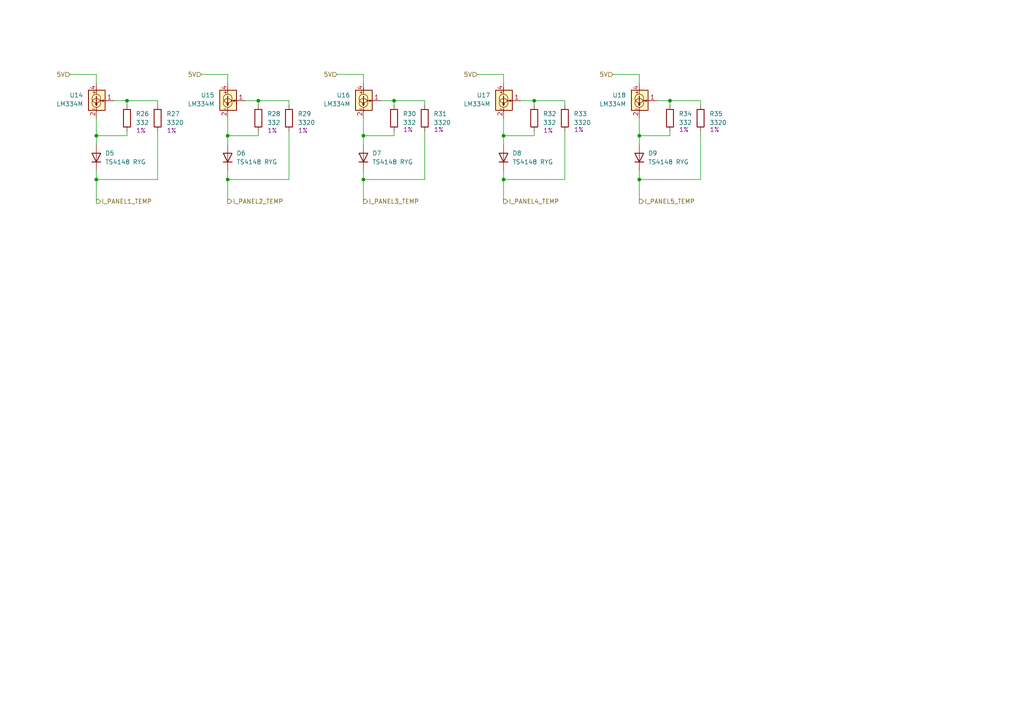
<source format=kicad_sch>
(kicad_sch (version 20231120) (generator "eeschema") (generator_version "8.0")
  (paper "A4")
  (lib_symbols
    (symbol "Device:D" (pin_numbers hide) (pin_names (offset 1.016) hide)
      (property "Reference" "D" (at 0 2.54 0))
      (property "Value" "D" (at 0 -2.54 0))
      (symbol "D_0_1"
        (polyline (pts (xy -1.27 1.27) (xy -1.27 -1.27)) (stroke (width 0.254)))
        (polyline (pts (xy 1.27 0) (xy -1.27 0)))
        (polyline (pts (xy 1.27 1.27) (xy 1.27 -1.27) (xy -1.27 0) (xy 1.27 1.27)) (stroke (width 0.254)))
      )
      (symbol "D_1_1"
        (pin passive line (at -3.81 0 0) (length 2.54) (name "K") (number "1"))
        (pin passive line (at 3.81 0 180) (length 2.54) (name "A") (number "2"))
      )
    )
    (symbol "Device:R" (pin_numbers hide) (pin_names (offset 0))
      (property "Reference" "R" (at 2.032 0 90))
      (property "Value" "R" (at 0 0 90))
      (symbol "R_0_1"
        (rectangle (start -1.016 -2.54) (end 1.016 2.54) (stroke (width 0.254)))
      )
      (symbol "R_1_1"
        (pin passive line (at 0 3.81 270) (length 1.27) (name "~") (number "1"))
        (pin passive line (at 0 -3.81 90) (length 1.27) (name "~") (number "2"))
      )
    )
    (symbol "Reference_Current:LM334M"
      (property "Reference" "U" (at 0.635 6.35 0))
      (property "Value" "LM334M" (at 0.635 4.445 0))
      (symbol "LM334M_0_1"
        (rectangle (start -2.286 3.048) (end 2.54 -2.794) (stroke (width 0.254)) (fill (type background)))
        (circle (center 0 -0.635) (radius 1.27))
        (polyline (pts (xy -1.143 -2.413) (xy -0.381 -2.413)))
        (polyline (pts (xy -1.016 2.413) (xy -0.254 2.413)))
        (polyline (pts (xy -0.635 2.794) (xy -0.635 2.032)))
        (polyline (pts (xy 0 -1.905) (xy 0 -3.175)))
        (polyline (pts (xy 0 1.397) (xy 0 -1.397)) (stroke (width 0.254)))
        (polyline (pts (xy 0 3.81) (xy 0 1.905)))
        (polyline (pts (xy 5.08 0) (xy 1.27 0)))
        (polyline (pts (xy 0 -1.397) (xy -0.254 -0.889) (xy 0.254 -0.889) (xy 0 -1.397)) (stroke (width 0.254)))
        (polyline (pts (xy 1.27 0) (xy 2.159 0.254) (xy 2.159 -0.254) (xy 1.27 0)))
        (circle (center 0 0.635) (radius 1.27))
      )
      (symbol "LM334M_1_1"
        (pin passive line (at 5.08 0 180) (length 2.54) (name "~") (number "1"))
        (pin passive line (at 0 -5.08 90) (length 2.54) (name "~") (number "2"))
        (pin passive line (at 0 -5.08 90) (length 2.54) hide (name "~") (number "3"))
        (pin passive line (at 0 5.08 270) (length 2.54) (name "~") (number "4"))
        (pin passive line (at 0 -5.08 90) (length 2.54) hide (name "~") (number "6"))
        (pin passive line (at 0 -5.08 90) (length 2.54) hide (name "~") (number "7"))
      )
    )
  )
  (junction (at 105.41 52.07))
  (junction (at 185.42 39.37))
  (junction (at 194.31 29.21))
  (junction (at 36.83 29.21))
  (junction (at 185.42 52.07))
  (junction (at 74.93 29.21))
  (junction (at 114.3 29.21))
  (junction (at 66.04 39.37))
  (junction (at 27.94 39.37))
  (junction (at 146.05 39.37))
  (junction (at 146.05 52.07))
  (junction (at 27.94 52.07))
  (junction (at 66.04 52.07))
  (junction (at 105.41 39.37))
  (junction (at 154.94 29.21))
  (wire (pts (xy 71.12 29.21) (xy 74.93 29.21)))
  (wire (pts (xy 97.79 21.59) (xy 105.41 21.59)))
  (wire (pts (xy 154.94 38.1) (xy 154.94 39.37)))
  (wire (pts (xy 45.72 29.21) (xy 45.72 30.48)))
  (wire (pts (xy 27.94 21.59) (xy 27.94 24.13)))
  (wire (pts (xy 74.93 29.21) (xy 74.93 30.48)))
  (wire (pts (xy 66.04 21.59) (xy 66.04 24.13)))
  (wire (pts (xy 138.43 21.59) (xy 146.05 21.59)))
  (wire (pts (xy 123.19 52.07) (xy 105.41 52.07)))
  (wire (pts (xy 74.93 38.1) (xy 74.93 39.37)))
  (wire (pts (xy 74.93 39.37) (xy 66.04 39.37)))
  (wire (pts (xy 203.2 38.1) (xy 203.2 52.07)))
  (wire (pts (xy 27.94 52.07) (xy 27.94 58.42)))
  (wire (pts (xy 194.31 29.21) (xy 203.2 29.21)))
  (wire (pts (xy 123.19 29.21) (xy 123.19 30.48)))
  (wire (pts (xy 66.04 41.91) (xy 66.04 39.37)))
  (wire (pts (xy 185.42 21.59) (xy 185.42 24.13)))
  (wire (pts (xy 194.31 38.1) (xy 194.31 39.37)))
  (wire (pts (xy 105.41 41.91) (xy 105.41 39.37)))
  (wire (pts (xy 36.83 29.21) (xy 45.72 29.21)))
  (wire (pts (xy 58.42 21.59) (xy 66.04 21.59)))
  (wire (pts (xy 154.94 29.21) (xy 163.83 29.21)))
  (wire (pts (xy 114.3 38.1) (xy 114.3 39.37)))
  (wire (pts (xy 74.93 29.21) (xy 83.82 29.21)))
  (wire (pts (xy 114.3 39.37) (xy 105.41 39.37)))
  (wire (pts (xy 105.41 52.07) (xy 105.41 58.42)))
  (wire (pts (xy 194.31 29.21) (xy 194.31 30.48)))
  (wire (pts (xy 27.94 52.07) (xy 27.94 49.53)))
  (wire (pts (xy 190.5 29.21) (xy 194.31 29.21)))
  (wire (pts (xy 163.83 29.21) (xy 163.83 30.48)))
  (wire (pts (xy 36.83 39.37) (xy 27.94 39.37)))
  (wire (pts (xy 185.42 39.37) (xy 185.42 34.29)))
  (wire (pts (xy 83.82 52.07) (xy 66.04 52.07)))
  (wire (pts (xy 33.02 29.21) (xy 36.83 29.21)))
  (wire (pts (xy 194.31 39.37) (xy 185.42 39.37)))
  (wire (pts (xy 146.05 52.07) (xy 146.05 58.42)))
  (wire (pts (xy 105.41 52.07) (xy 105.41 49.53)))
  (wire (pts (xy 27.94 39.37) (xy 27.94 34.29)))
  (wire (pts (xy 123.19 38.1) (xy 123.19 52.07)))
  (wire (pts (xy 66.04 52.07) (xy 66.04 58.42)))
  (wire (pts (xy 45.72 52.07) (xy 27.94 52.07)))
  (wire (pts (xy 36.83 38.1) (xy 36.83 39.37)))
  (wire (pts (xy 45.72 38.1) (xy 45.72 52.07)))
  (wire (pts (xy 154.94 39.37) (xy 146.05 39.37)))
  (wire (pts (xy 105.41 39.37) (xy 105.41 34.29)))
  (wire (pts (xy 83.82 38.1) (xy 83.82 52.07)))
  (wire (pts (xy 83.82 29.21) (xy 83.82 30.48)))
  (wire (pts (xy 146.05 52.07) (xy 146.05 49.53)))
  (wire (pts (xy 114.3 29.21) (xy 114.3 30.48)))
  (wire (pts (xy 146.05 39.37) (xy 146.05 34.29)))
  (wire (pts (xy 146.05 21.59) (xy 146.05 24.13)))
  (wire (pts (xy 105.41 21.59) (xy 105.41 24.13)))
  (wire (pts (xy 27.94 41.91) (xy 27.94 39.37)))
  (wire (pts (xy 177.8 21.59) (xy 185.42 21.59)))
  (wire (pts (xy 163.83 38.1) (xy 163.83 52.07)))
  (wire (pts (xy 114.3 29.21) (xy 123.19 29.21)))
  (wire (pts (xy 110.49 29.21) (xy 114.3 29.21)))
  (wire (pts (xy 185.42 41.91) (xy 185.42 39.37)))
  (wire (pts (xy 66.04 52.07) (xy 66.04 49.53)))
  (wire (pts (xy 163.83 52.07) (xy 146.05 52.07)))
  (wire (pts (xy 154.94 29.21) (xy 154.94 30.48)))
  (wire (pts (xy 20.32 21.59) (xy 27.94 21.59)))
  (wire (pts (xy 36.83 29.21) (xy 36.83 30.48)))
  (wire (pts (xy 203.2 29.21) (xy 203.2 30.48)))
  (wire (pts (xy 151.13 29.21) (xy 154.94 29.21)))
  (wire (pts (xy 66.04 39.37) (xy 66.04 34.29)))
  (wire (pts (xy 203.2 52.07) (xy 185.42 52.07)))
  (wire (pts (xy 185.42 52.07) (xy 185.42 49.53)))
  (wire (pts (xy 146.05 41.91) (xy 146.05 39.37)))
  (wire (pts (xy 185.42 52.07) (xy 185.42 58.42)))
  (hierarchical_label "5V" (shape input) (at 177.8 21.59 180))
  (hierarchical_label "I_PANEL1_TEMP" (shape output) (at 27.94 58.42 0))
  (hierarchical_label "I_PANEL3_TEMP" (shape output) (at 105.41 58.42 0))
  (hierarchical_label "5V" (shape input) (at 58.42 21.59 180))
  (hierarchical_label "I_PANEL5_TEMP" (shape output) (at 185.42 58.42 0))
  (hierarchical_label "5V" (shape input) (at 138.43 21.59 180))
  (hierarchical_label "5V" (shape input) (at 97.79 21.59 180))
  (hierarchical_label "I_PANEL2_TEMP" (shape output) (at 66.04 58.42 0))
  (hierarchical_label "5V" (shape input) (at 20.32 21.59 180))
  (hierarchical_label "I_PANEL4_TEMP" (shape output) (at 146.05 58.42 0))
  (symbol (lib_id "Device:R") (at 74.93 34.29 0) (unit 1)
    (property "Reference" "R28" (at 77.47 33.0199 0) (effects (justify left)))
    (property "Value" "332" (at 77.47 35.5599 0) (effects (justify left)))
    (property "Footprint" "Resistor_SMD:R_0805_2012Metric" (effects (hide yes)))
    (property "Tolerance" "1%" (at 78.994 37.846 0))
    (property "Part Nr." "RT0805FRE07332RL" (effects (hide yes)))
  )
  (symbol (lib_id "Reference_Current:LM334M") (at 27.94 29.21 0) (unit 1)
    (property "Reference" "U14" (at 24.13 27.6224 0) (effects (justify right)))
    (property "Value" "LM334M" (at 24.13 30.1624 0) (effects (justify right)))
    (property "Footprint" "Package_SO:SOIC-8_3.9x4.9mm_P1.27mm" (effects (hide yes)))
    (property "Datasheet" "http://www.ti.com/lit/ds/symlink/lm134.pdf" (effects (hide yes)))
  )
  (symbol (lib_id "Reference_Current:LM334M") (at 66.04 29.21 0) (unit 1)
    (property "Reference" "U15" (at 62.23 27.6224 0) (effects (justify right)))
    (property "Value" "LM334M" (at 62.23 30.1624 0) (effects (justify right)))
    (property "Footprint" "Package_SO:SOIC-8_3.9x4.9mm_P1.27mm" (effects (hide yes)))
    (property "Datasheet" "http://www.ti.com/lit/ds/symlink/lm134.pdf" (effects (hide yes)))
  )
  (symbol (lib_id "Device:R") (at 203.2 34.29 0) (unit 1)
    (property "Reference" "R35" (at 205.74 33.0199 0) (effects (justify left)))
    (property "Value" "3320" (at 205.74 35.5599 0) (effects (justify left)))
    (property "Footprint" "Resistor_SMD:R_0805_2012Metric" (effects (hide yes)))
    (property "Tolerance" "1%" (at 207.264 37.592 0))
    (property "Part Nr." "RT0805FRE073K32L" (effects (hide yes)))
  )
  (symbol (lib_id "Device:D") (at 185.42 45.72 90) (unit 1)
    (property "Reference" "D9" (at 187.96 44.4499 90) (effects (justify right)))
    (property "Value" "TS4148 RYG" (at 187.96 46.9899 90) (effects (justify right)))
    (property "Footprint" "Diode_SMD:D_0805_2012Metric" (effects (hide yes)))
    (property "Description" "Diode" (effects (hide yes)))
    (property "Sim.Device" "D" (effects (hide yes)))
    (property "Sim.Pins" "1=K 2=A" (effects (hide yes)))
    (property "Part Nr." "TS4148 RYG" (effects (hide yes)))
  )
  (symbol (lib_id "Device:D") (at 27.94 45.72 90) (unit 1)
    (property "Reference" "D5" (at 30.48 44.4499 90) (effects (justify right)))
    (property "Value" "TS4148 RYG" (at 30.48 46.9899 90) (effects (justify right)))
    (property "Footprint" "Diode_SMD:D_0805_2012Metric" (effects (hide yes)))
    (property "Description" "Diode" (effects (hide yes)))
    (property "Sim.Device" "D" (effects (hide yes)))
    (property "Sim.Pins" "1=K 2=A" (effects (hide yes)))
    (property "Part Nr." "TS4148 RYG" (effects (hide yes)))
  )
  (symbol (lib_id "Reference_Current:LM334M") (at 146.05 29.21 0) (unit 1)
    (property "Reference" "U17" (at 142.24 27.6224 0) (effects (justify right)))
    (property "Value" "LM334M" (at 142.24 30.1624 0) (effects (justify right)))
    (property "Footprint" "Package_SO:SOIC-8_3.9x4.9mm_P1.27mm" (effects (hide yes)))
    (property "Datasheet" "http://www.ti.com/lit/ds/symlink/lm134.pdf" (effects (hide yes)))
  )
  (symbol (lib_id "Device:R") (at 154.94 34.29 0) (unit 1)
    (property "Reference" "R32" (at 157.48 33.0199 0) (effects (justify left)))
    (property "Value" "332" (at 157.48 35.5599 0) (effects (justify left)))
    (property "Footprint" "Resistor_SMD:R_0805_2012Metric" (effects (hide yes)))
    (property "Tolerance" "1%" (at 159.004 37.846 0))
    (property "Part Nr." "RT0805FRE07332RL" (effects (hide yes)))
  )
  (symbol (lib_id "Reference_Current:LM334M") (at 105.41 29.21 0) (unit 1)
    (property "Reference" "U16" (at 101.6 27.6224 0) (effects (justify right)))
    (property "Value" "LM334M" (at 101.6 30.1624 0) (effects (justify right)))
    (property "Footprint" "Package_SO:SOIC-8_3.9x4.9mm_P1.27mm" (effects (hide yes)))
    (property "Datasheet" "http://www.ti.com/lit/ds/symlink/lm134.pdf" (effects (hide yes)))
  )
  (symbol (lib_id "Device:R") (at 163.83 34.29 0) (unit 1)
    (property "Reference" "R33" (at 166.37 33.0199 0) (effects (justify left)))
    (property "Value" "3320" (at 166.37 35.5599 0) (effects (justify left)))
    (property "Footprint" "Resistor_SMD:R_0805_2012Metric" (effects (hide yes)))
    (property "Tolerance" "1%" (at 167.894 37.592 0))
    (property "Part Nr." "RT0805FRE073K32L" (effects (hide yes)))
  )
  (symbol (lib_id "Device:D") (at 105.41 45.72 90) (unit 1)
    (property "Reference" "D7" (at 107.95 44.4499 90) (effects (justify right)))
    (property "Value" "TS4148 RYG" (at 107.95 46.9899 90) (effects (justify right)))
    (property "Footprint" "Diode_SMD:D_0805_2012Metric" (effects (hide yes)))
    (property "Description" "Diode" (effects (hide yes)))
    (property "Sim.Device" "D" (effects (hide yes)))
    (property "Sim.Pins" "1=K 2=A" (effects (hide yes)))
    (property "Part Nr." "TS4148 RYG" (effects (hide yes)))
  )
  (symbol (lib_id "Device:R") (at 194.31 34.29 0) (unit 1)
    (property "Reference" "R34" (at 196.85 33.0199 0) (effects (justify left)))
    (property "Value" "332" (at 196.85 35.5599 0) (effects (justify left)))
    (property "Footprint" "Resistor_SMD:R_0805_2012Metric" (effects (hide yes)))
    (property "Tolerance" "1%" (at 198.374 37.592 0))
    (property "Part Nr." "RT0805FRE07332RL" (effects (hide yes)))
  )
  (symbol (lib_id "Device:R") (at 83.82 34.29 0) (unit 1)
    (property "Reference" "R29" (at 86.36 33.0199 0) (effects (justify left)))
    (property "Value" "3320" (at 86.36 35.5599 0) (effects (justify left)))
    (property "Footprint" "Resistor_SMD:R_0805_2012Metric" (effects (hide yes)))
    (property "Tolerance" "1%" (at 87.884 37.846 0))
    (property "Part Nr." "RT0805FRE073K32L" (effects (hide yes)))
  )
  (symbol (lib_id "Device:D") (at 66.04 45.72 90) (unit 1)
    (property "Reference" "D6" (at 68.58 44.4499 90) (effects (justify right)))
    (property "Value" "TS4148 RYG" (at 68.58 46.9899 90) (effects (justify right)))
    (property "Footprint" "Diode_SMD:D_0805_2012Metric" (effects (hide yes)))
    (property "Description" "Diode" (effects (hide yes)))
    (property "Sim.Device" "D" (effects (hide yes)))
    (property "Sim.Pins" "1=K 2=A" (effects (hide yes)))
    (property "Part Nr." "TS4148 RYG" (effects (hide yes)))
  )
  (symbol (lib_id "Device:R") (at 123.19 34.29 0) (unit 1)
    (property "Reference" "R31" (at 125.73 33.0199 0) (effects (justify left)))
    (property "Value" "3320" (at 125.73 35.5599 0) (effects (justify left)))
    (property "Footprint" "Resistor_SMD:R_0805_2012Metric" (effects (hide yes)))
    (property "Tolerance" "1%" (at 127.254 37.592 0))
    (property "Part Nr." "RT0805FRE073K32L" (effects (hide yes)))
  )
  (symbol (lib_id "Device:D") (at 146.05 45.72 90) (unit 1)
    (property "Reference" "D8" (at 148.59 44.4499 90) (effects (justify right)))
    (property "Value" "TS4148 RYG" (at 148.59 46.9899 90) (effects (justify right)))
    (property "Footprint" "Diode_SMD:D_0805_2012Metric" (effects (hide yes)))
    (property "Description" "Diode" (effects (hide yes)))
    (property "Sim.Device" "D" (effects (hide yes)))
    (property "Sim.Pins" "1=K 2=A" (effects (hide yes)))
    (property "Part Nr." "TS4148 RYG" (effects (hide yes)))
  )
  (symbol (lib_id "Reference_Current:LM334M") (at 185.42 29.21 0) (unit 1)
    (property "Reference" "U18" (at 181.61 27.6224 0) (effects (justify right)))
    (property "Value" "LM334M" (at 181.61 30.1624 0) (effects (justify right)))
    (property "Footprint" "Package_SO:SOIC-8_3.9x4.9mm_P1.27mm" (effects (hide yes)))
    (property "Datasheet" "http://www.ti.com/lit/ds/symlink/lm134.pdf" (effects (hide yes)))
  )
  (symbol (lib_id "Device:R") (at 114.3 34.29 0) (unit 1)
    (property "Reference" "R30" (at 116.84 33.0199 0) (effects (justify left)))
    (property "Value" "332" (at 116.84 35.5599 0) (effects (justify left)))
    (property "Footprint" "Resistor_SMD:R_0805_2012Metric" (effects (hide yes)))
    (property "Tolerance" "1%" (at 118.364 37.592 0))
    (property "Part Nr." "RT0805FRE07332RL" (effects (hide yes)))
  )
  (symbol (lib_id "Device:R") (at 45.72 34.29 0) (unit 1)
    (property "Reference" "R27" (at 48.26 33.0199 0) (effects (justify left)))
    (property "Value" "3320" (at 48.26 35.5599 0) (effects (justify left)))
    (property "Footprint" "Resistor_SMD:R_0805_2012Metric" (effects (hide yes)))
    (property "Tolerance" "1%" (at 49.784 37.846 0))
    (property "Part Nr." "RT0805FRE073K32L" (effects (hide yes)))
  )
  (symbol (lib_id "Device:R") (at 36.83 34.29 0) (unit 1)
    (property "Reference" "R26" (at 39.37 33.0199 0) (effects (justify left)))
    (property "Value" "332" (at 39.37 35.5599 0) (effects (justify left)))
    (property "Footprint" "Resistor_SMD:R_0805_2012Metric" (effects (hide yes)))
    (property "Tolerance" "1%" (at 40.894 37.846 0))
    (property "Part Nr." "RT0805FRE07332RL" (effects (hide yes)))
  )
)
</source>
